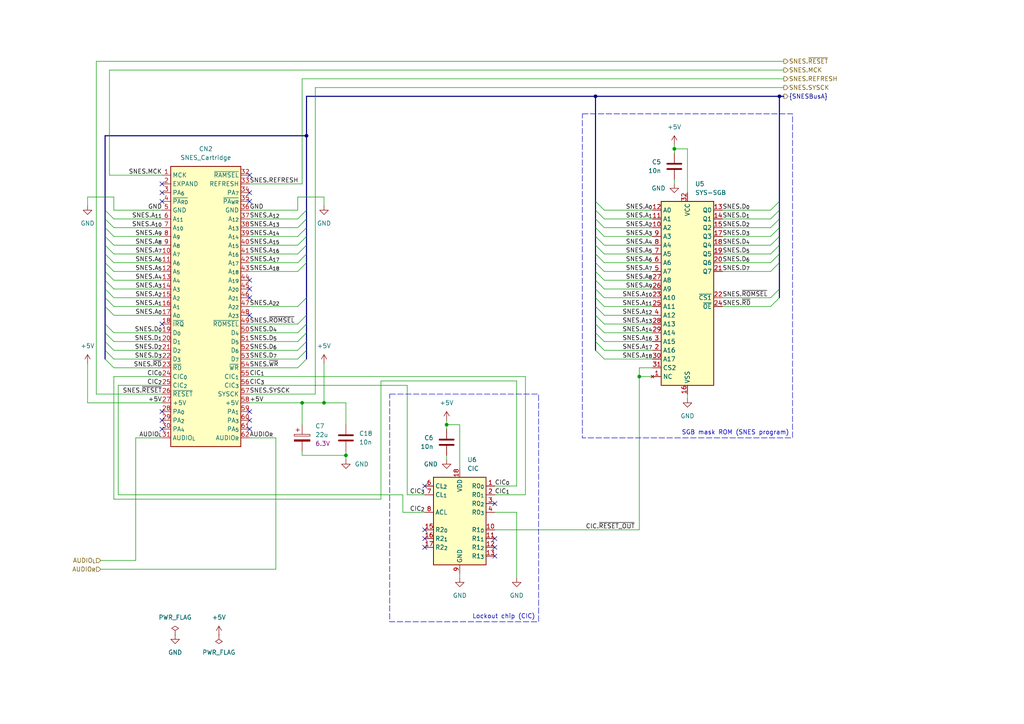
<source format=kicad_sch>
(kicad_sch (version 20230121) (generator eeschema)
  (paper "A4")
  (title_block (title "SGB-R-xx / SGB-N-xx") (date "2023-11-21") (rev "A") (company "https://gekkio.fi") (comment 1 "https://github.com/gekkio/gb-schematics"))
  (lib_symbols
    (symbol "Device:C" (pin_numbers hide) (pin_names (offset 0.254))
      (property "Reference" "C" (at 0.635 2.54 0))
      (property "Value" "C" (at 0.635 -2.54 0))
      (symbol "C_0_1"
        (polyline (pts (xy -2.032 -0.762) (xy 2.032 -0.762)) (stroke (width 0.508)))
        (polyline (pts (xy -2.032 0.762) (xy 2.032 0.762)) (stroke (width 0.508)))
      )
      (symbol "C_1_1"
        (pin passive line (at 0 3.81 270) (length 2.794) (name "~") (number "1"))
        (pin passive line (at 0 -3.81 90) (length 2.794) (name "~") (number "2"))
      )
    )
    (symbol "Device:C_Polarized" (pin_numbers hide) (pin_names (offset 0.254))
      (property "Reference" "C" (at 0.635 2.54 0))
      (property "Value" "C_Polarized" (at 0.635 -2.54 0))
      (symbol "C_Polarized_0_1"
        (rectangle (start -2.286 0.508) (end 2.286 1.016))
        (polyline (pts (xy -1.778 2.286) (xy -0.762 2.286)))
        (polyline (pts (xy -1.27 2.794) (xy -1.27 1.778)))
        (rectangle (start 2.286 -0.508) (end -2.286 -1.016) (fill (type outline)))
      )
      (symbol "C_Polarized_1_1"
        (pin passive line (at 0 3.81 270) (length 2.794) (name "~") (number "1"))
        (pin passive line (at 0 -3.81 90) (length 2.794) (name "~") (number "2"))
      )
    )
    (symbol "Gekkio_Connector_Specialized:SNES_Cartridge"
      (property "Reference" "J" (at 0 43.18 0))
      (property "Value" "SNES_Cartridge" (at 0 -43.18 0))
      (symbol "SNES_Cartridge_1_1"
        (rectangle (start -10.16 40.64) (end 10.16 -40.64) (stroke (width 0.254)) (fill (type background)))
        (pin passive line (at -12.7 38.1 0) (length 2.54) (name "MCK") (number "1"))
        (pin passive line (at -12.7 15.24 0) (length 2.54) (name "A_{7}") (number "10"))
        (pin passive line (at -12.7 12.7 0) (length 2.54) (name "A_{6}") (number "11"))
        (pin passive line (at -12.7 10.16 0) (length 2.54) (name "A_{5}") (number "12"))
        (pin passive line (at -12.7 7.62 0) (length 2.54) (name "A_{4}") (number "13"))
        (pin passive line (at -12.7 5.08 0) (length 2.54) (name "A_{3}") (number "14"))
        (pin passive line (at -12.7 2.54 0) (length 2.54) (name "A_{2}") (number "15"))
        (pin passive line (at -12.7 0 0) (length 2.54) (name "A_{1}") (number "16"))
        (pin passive line (at -12.7 -2.54 0) (length 2.54) (name "A_{0}") (number "17"))
        (pin passive line (at -12.7 -5.08 0) (length 2.54) (name "~{IRQ}") (number "18"))
        (pin passive line (at -12.7 -7.62 0) (length 2.54) (name "D_{0}") (number "19"))
        (pin passive line (at -12.7 35.56 0) (length 2.54) (name "EXPAND") (number "2"))
        (pin passive line (at -12.7 -10.16 0) (length 2.54) (name "D_{1}") (number "20"))
        (pin passive line (at -12.7 -12.7 0) (length 2.54) (name "D_{2}") (number "21"))
        (pin passive line (at -12.7 -15.24 0) (length 2.54) (name "D_{3}") (number "22"))
        (pin passive line (at -12.7 -17.78 0) (length 2.54) (name "~{RD}") (number "23"))
        (pin passive line (at -12.7 -20.32 0) (length 2.54) (name "CIC_{0}") (number "24"))
        (pin passive line (at -12.7 -22.86 0) (length 2.54) (name "CIC_{2}") (number "25"))
        (pin passive line (at -12.7 -25.4 0) (length 2.54) (name "~{RESET}") (number "26"))
        (pin passive line (at -12.7 -27.94 0) (length 2.54) (name "+5V") (number "27"))
        (pin passive line (at -12.7 -30.48 0) (length 2.54) (name "PA_{0}") (number "28"))
        (pin passive line (at -12.7 -33.02 0) (length 2.54) (name "PA_{2}") (number "29"))
        (pin passive line (at -12.7 33.02 0) (length 2.54) (name "PA_{6}") (number "3"))
        (pin passive line (at -12.7 -35.56 0) (length 2.54) (name "PA_{4}") (number "30"))
        (pin passive line (at -12.7 -38.1 0) (length 2.54) (name "AUDIO_{L}") (number "31"))
        (pin passive line (at 12.7 38.1 180) (length 2.54) (name "~{RAMSEL}") (number "32"))
        (pin passive line (at 12.7 35.56 180) (length 2.54) (name "REFRESH") (number "33"))
        (pin passive line (at 12.7 33.02 180) (length 2.54) (name "PA_{7}") (number "34"))
        (pin passive line (at 12.7 30.48 180) (length 2.54) (name "~{PA_{WR}}") (number "35"))
        (pin passive line (at 12.7 27.94 180) (length 2.54) (name "GND") (number "36"))
        (pin passive line (at 12.7 25.4 180) (length 2.54) (name "A_{12}") (number "37"))
        (pin passive line (at 12.7 22.86 180) (length 2.54) (name "A_{13}") (number "38"))
        (pin passive line (at 12.7 20.32 180) (length 2.54) (name "A_{14}") (number "39"))
        (pin passive line (at -12.7 30.48 0) (length 2.54) (name "~{PA_{RD}}") (number "4"))
        (pin passive line (at 12.7 17.78 180) (length 2.54) (name "A_{15}") (number "40"))
        (pin passive line (at 12.7 15.24 180) (length 2.54) (name "A_{16}") (number "41"))
        (pin passive line (at 12.7 12.7 180) (length 2.54) (name "A_{17}") (number "42"))
        (pin passive line (at 12.7 10.16 180) (length 2.54) (name "A_{18}") (number "43"))
        (pin passive line (at 12.7 7.62 180) (length 2.54) (name "A_{19}") (number "44"))
        (pin passive line (at 12.7 5.08 180) (length 2.54) (name "A_{20}") (number "45"))
        (pin passive line (at 12.7 2.54 180) (length 2.54) (name "A_{21}") (number "46"))
        (pin passive line (at 12.7 0 180) (length 2.54) (name "A_{22}") (number "47"))
        (pin passive line (at 12.7 -2.54 180) (length 2.54) (name "A_{23}") (number "48"))
        (pin passive line (at 12.7 -5.08 180) (length 2.54) (name "~{ROMSEL}") (number "49"))
        (pin passive line (at -12.7 27.94 0) (length 2.54) (name "GND") (number "5"))
        (pin passive line (at 12.7 -7.62 180) (length 2.54) (name "D_{4}") (number "50"))
        (pin passive line (at 12.7 -10.16 180) (length 2.54) (name "D_{5}") (number "51"))
        (pin passive line (at 12.7 -12.7 180) (length 2.54) (name "D_{6}") (number "52"))
        (pin passive line (at 12.7 -15.24 180) (length 2.54) (name "D_{7}") (number "53"))
        (pin passive line (at 12.7 -17.78 180) (length 2.54) (name "~{WR}") (number "54"))
        (pin passive line (at 12.7 -20.32 180) (length 2.54) (name "CIC_{1}") (number "55"))
        (pin passive line (at 12.7 -22.86 180) (length 2.54) (name "CIC_{3}") (number "56"))
        (pin passive line (at 12.7 -25.4 180) (length 2.54) (name "SYSCK") (number "57"))
        (pin passive line (at 12.7 -27.94 180) (length 2.54) (name "+5V") (number "58"))
        (pin passive line (at 12.7 -30.48 180) (length 2.54) (name "PA_{1}") (number "59"))
        (pin passive line (at -12.7 25.4 0) (length 2.54) (name "A_{11}") (number "6"))
        (pin passive line (at 12.7 -33.02 180) (length 2.54) (name "PA_{3}") (number "60"))
        (pin passive line (at 12.7 -35.56 180) (length 2.54) (name "PA_{5}") (number "61"))
        (pin passive line (at 12.7 -38.1 180) (length 2.54) (name "AUDIO_{R}") (number "62"))
        (pin passive line (at -12.7 22.86 0) (length 2.54) (name "A_{10}") (number "7"))
        (pin passive line (at -12.7 20.32 0) (length 2.54) (name "A_{9}") (number "8"))
        (pin passive line (at -12.7 17.78 0) (length 2.54) (name "A_{8}") (number "9"))
      )
    )
    (symbol "Gekkio_Interface:F411A"
      (property "Reference" "U" (at -7.62 13.97 0))
      (property "Value" "F411A" (at 5.08 13.97 0))
      (symbol "F411A_1_1"
        (rectangle (start -7.62 12.7) (end 7.62 -12.7) (stroke (width 0.254)) (fill (type background)))
        (pin bidirectional line (at 10.16 10.16 180) (length 2.54) (name "R0_{0}") (number "1"))
        (pin bidirectional line (at 10.16 -2.54 180) (length 2.54) (name "R1_{0}") (number "10"))
        (pin bidirectional line (at 10.16 -5.08 180) (length 2.54) (name "R1_{1}") (number "11"))
        (pin bidirectional line (at 10.16 -7.62 180) (length 2.54) (name "R1_{2}") (number "12"))
        (pin bidirectional line (at 10.16 -10.16 180) (length 2.54) (name "R1_{3}") (number "13"))
        (pin no_connect line (at -7.62 0 0) (length 2.54) hide (name "NC") (number "14"))
        (pin bidirectional line (at -10.16 -2.54 0) (length 2.54) (name "R2_{0}") (number "15"))
        (pin bidirectional line (at -10.16 -5.08 0) (length 2.54) (name "R2_{1}") (number "16"))
        (pin bidirectional line (at -10.16 -7.62 0) (length 2.54) (name "R2_{2}") (number "17"))
        (pin power_in line (at 0 15.24 270) (length 2.54) (name "VDD") (number "18"))
        (pin bidirectional line (at 10.16 7.62 180) (length 2.54) (name "R0_{1}") (number "2"))
        (pin bidirectional line (at 10.16 5.08 180) (length 2.54) (name "R0_{2}") (number "3"))
        (pin bidirectional line (at 10.16 2.54 180) (length 2.54) (name "R0_{3}") (number "4"))
        (pin no_connect line (at -7.62 -10.16 0) (length 2.54) hide (name "NC") (number "5"))
        (pin output line (at -10.16 10.16 0) (length 2.54) (name "CL_{2}") (number "6"))
        (pin input line (at -10.16 7.62 0) (length 2.54) (name "CL_{1}") (number "7"))
        (pin input line (at -10.16 2.54 0) (length 2.54) (name "ACL") (number "8"))
        (pin power_in line (at 0 -15.24 90) (length 2.54) (name "GND") (number "9"))
      )
    )
    (symbol "Gekkio_Memory_ROM:JESD21-C_3.2.1.5_256k_x8_ROM_SOP-32"
      (property "Reference" "U" (at -6.35 26.67 0))
      (property "Value" "JESD21-C_3.2.1.5_256k_x8_ROM_SOP-32" (at 21.59 26.67 0))
      (symbol "JESD21-C_3.2.1.5_256k_x8_ROM_SOP-32_0_1"
        (rectangle (start -7.62 25.4) (end 7.62 -27.94) (stroke (width 0.254)) (fill (type background)))
      )
      (symbol "JESD21-C_3.2.1.5_256k_x8_ROM_SOP-32_1_1"
        (pin no_connect line (at -10.16 -25.4 0) (length 2.54) (name "NC") (number "1"))
        (pin input line (at -10.16 17.78 0) (length 2.54) (name "A2") (number "10"))
        (pin input line (at -10.16 20.32 0) (length 2.54) (name "A1") (number "11"))
        (pin input line (at -10.16 22.86 0) (length 2.54) (name "A0") (number "12"))
        (pin tri_state line (at 10.16 22.86 180) (length 2.54) (name "Q0") (number "13"))
        (pin tri_state line (at 10.16 20.32 180) (length 2.54) (name "Q1") (number "14"))
        (pin tri_state line (at 10.16 17.78 180) (length 2.54) (name "Q2") (number "15"))
        (pin power_in line (at 0 -30.48 90) (length 2.54) (name "VSS") (number "16"))
        (pin tri_state line (at 10.16 15.24 180) (length 2.54) (name "Q3") (number "17"))
        (pin tri_state line (at 10.16 12.7 180) (length 2.54) (name "Q4") (number "18"))
        (pin tri_state line (at 10.16 10.16 180) (length 2.54) (name "Q5") (number "19"))
        (pin input line (at -10.16 -17.78 0) (length 2.54) (name "A16") (number "2"))
        (pin tri_state line (at 10.16 7.62 180) (length 2.54) (name "Q6") (number "20"))
        (pin tri_state line (at 10.16 5.08 180) (length 2.54) (name "Q7") (number "21"))
        (pin input line (at 10.16 -2.54 180) (length 2.54) (name "~{CE}") (number "22") (alternate "~{CS1}" input line))
        (pin input line (at -10.16 -2.54 0) (length 2.54) (name "A10") (number "23"))
        (pin input line (at 10.16 -5.08 180) (length 2.54) (name "~{OE}") (number "24"))
        (pin input line (at -10.16 -5.08 0) (length 2.54) (name "A11") (number "25"))
        (pin input line (at -10.16 0 0) (length 2.54) (name "A9") (number "26"))
        (pin input line (at -10.16 2.54 0) (length 2.54) (name "A8") (number "27"))
        (pin input line (at -10.16 -10.16 0) (length 2.54) (name "A13") (number "28"))
        (pin input line (at -10.16 -12.7 0) (length 2.54) (name "A14") (number "29"))
        (pin input line (at -10.16 -15.24 0) (length 2.54) (name "A15") (number "3"))
        (pin input line (at -10.16 -20.32 0) (length 2.54) (name "A17") (number "30"))
        (pin no_connect line (at -10.16 -22.86 0) (length 2.54) (name "NC") (number "31") (alternate "CS2" input line))
        (pin power_in line (at 0 27.94 270) (length 2.54) (name "VCC") (number "32"))
        (pin input line (at -10.16 -7.62 0) (length 2.54) (name "A12") (number "4"))
        (pin input line (at -10.16 5.08 0) (length 2.54) (name "A7") (number "5"))
        (pin input line (at -10.16 7.62 0) (length 2.54) (name "A6") (number "6"))
        (pin input line (at -10.16 10.16 0) (length 2.54) (name "A5") (number "7"))
        (pin input line (at -10.16 12.7 0) (length 2.54) (name "A4") (number "8"))
        (pin input line (at -10.16 15.24 0) (length 2.54) (name "A3") (number "9"))
      )
    )
    (symbol "power:+5V" (power) (pin_names (offset 0))
      (property "Value" "+5V" (at 0 3.556 0))
      (symbol "+5V_0_1"
        (polyline (pts (xy -0.762 1.27) (xy 0 2.54)))
        (polyline (pts (xy 0 0) (xy 0 2.54)))
        (polyline (pts (xy 0 2.54) (xy 0.762 1.27)))
      )
      (symbol "+5V_1_1"
        (pin power_in line (at 0 0 90) (length 0) hide (name "+5V") (number "1"))
      )
    )
    (symbol "power:GND" (power) (pin_names (offset 0))
      (property "Value" "GND" (at 0 -3.81 0))
      (symbol "GND_0_1"
        (polyline (pts (xy 0 0) (xy 0 -1.27) (xy 1.27 -1.27) (xy 0 -2.54) (xy -1.27 -1.27) (xy 0 -1.27)))
      )
      (symbol "GND_1_1"
        (pin power_in line (at 0 0 270) (length 0) hide (name "GND") (number "1"))
      )
    )
    (symbol "power:PWR_FLAG" (power) (pin_numbers hide) (pin_names (offset 0) hide)
      (property "Value" "PWR_FLAG" (at 0 3.81 0))
      (symbol "PWR_FLAG_0_0"
        (pin power_out line (at 0 0 90) (length 0) (name "pwr") (number "1"))
      )
      (symbol "PWR_FLAG_0_1"
        (polyline (pts (xy 0 0) (xy 0 1.27) (xy -1.016 1.905) (xy 0 2.54) (xy 1.016 1.905) (xy 0 1.27)))
      )
    )
  )
  (bus_alias "SNESBusA" (members "SNES.A_{[0..22]}" "SNES.D_{[0..7]}" "SNES.~{RD}" "SNES.~{WR}" "SNES.~{ROMSEL}"))
  (junction (at 87.63 116.84))
  (junction (at 88.9 39.37))
  (junction (at 172.72 27.94))
  (junction (at 129.54 123.19))
  (junction (at 195.58 43.18))
  (junction (at 93.98 116.84))
  (junction (at 100.33 132.08))
  (junction (at 226.06 27.94))
  (junction (at 185.42 109.22))
  (no_connect (at 46.99 121.92))
  (no_connect (at 72.39 91.44))
  (no_connect (at 72.39 50.8))
  (no_connect (at 46.99 93.98))
  (no_connect (at 46.99 58.42))
  (no_connect (at 72.39 124.46))
  (no_connect (at 72.39 81.28))
  (no_connect (at 123.19 158.75))
  (no_connect (at 46.99 55.88))
  (no_connect (at 72.39 83.82))
  (no_connect (at 72.39 55.88))
  (no_connect (at 143.51 146.05))
  (no_connect (at 72.39 119.38))
  (no_connect (at 46.99 124.46))
  (no_connect (at 46.99 119.38))
  (no_connect (at 46.99 53.34))
  (no_connect (at 72.39 58.42))
  (no_connect (at 143.51 158.75))
  (no_connect (at 72.39 86.36))
  (no_connect (at 123.19 156.21))
  (no_connect (at 123.19 153.67))
  (no_connect (at 123.19 140.97))
  (no_connect (at 143.51 156.21))
  (no_connect (at 143.51 161.29))
  (no_connect (at 72.39 121.92))
  (bus_entry (at 33.02 73.66) (size -2.54 -2.54))
  (bus_entry (at 172.72 81.28) (size 2.54 2.54))
  (bus_entry (at 30.48 99.06) (size 2.54 2.54))
  (bus_entry (at 86.36 93.98) (size 2.54 -2.54))
  (bus_entry (at 30.48 93.98) (size 2.54 2.54))
  (bus_entry (at 172.72 73.66) (size 2.54 2.54))
  (bus_entry (at 172.72 96.52) (size 2.54 2.54))
  (bus_entry (at 172.72 63.5) (size 2.54 2.54))
  (bus_entry (at 88.9 68.58) (size -2.54 2.54))
  (bus_entry (at 33.02 86.36) (size -2.54 -2.54))
  (bus_entry (at 172.72 68.58) (size 2.54 2.54))
  (bus_entry (at 226.06 83.82) (size -2.54 2.54))
  (bus_entry (at 88.9 73.66) (size -2.54 2.54))
  (bus_entry (at 172.72 91.44) (size 2.54 2.54))
  (bus_entry (at 33.02 83.82) (size -2.54 -2.54))
  (bus_entry (at 172.72 66.04) (size 2.54 2.54))
  (bus_entry (at 33.02 76.2) (size -2.54 -2.54))
  (bus_entry (at 226.06 66.04) (size -2.54 2.54))
  (bus_entry (at 172.72 93.98) (size 2.54 2.54))
  (bus_entry (at 88.9 71.12) (size -2.54 2.54))
  (bus_entry (at 172.72 60.96) (size 2.54 2.54))
  (bus_entry (at 30.48 101.6) (size 2.54 2.54))
  (bus_entry (at 226.06 73.66) (size -2.54 2.54))
  (bus_entry (at 33.02 91.44) (size -2.54 -2.54))
  (bus_entry (at 172.72 76.2) (size 2.54 2.54))
  (bus_entry (at 172.72 101.6) (size 2.54 2.54))
  (bus_entry (at 33.02 71.12) (size -2.54 -2.54))
  (bus_entry (at 86.36 106.68) (size 2.54 -2.54))
  (bus_entry (at 88.9 86.36) (size -2.54 2.54))
  (bus_entry (at 33.02 81.28) (size -2.54 -2.54))
  (bus_entry (at 172.72 78.74) (size 2.54 2.54))
  (bus_entry (at 226.06 71.12) (size -2.54 2.54))
  (bus_entry (at 30.48 96.52) (size 2.54 2.54))
  (bus_entry (at 226.06 58.42) (size -2.54 2.54))
  (bus_entry (at 86.36 99.06) (size 2.54 -2.54))
  (bus_entry (at 226.06 63.5) (size -2.54 2.54))
  (bus_entry (at 172.72 71.12) (size 2.54 2.54))
  (bus_entry (at 226.06 86.36) (size -2.54 2.54))
  (bus_entry (at 172.72 83.82) (size 2.54 2.54))
  (bus_entry (at 88.9 76.2) (size -2.54 2.54))
  (bus_entry (at 33.02 63.5) (size -2.54 -2.54))
  (bus_entry (at 33.02 66.04) (size -2.54 -2.54))
  (bus_entry (at 33.02 88.9) (size -2.54 -2.54))
  (bus_entry (at 86.36 101.6) (size 2.54 -2.54))
  (bus_entry (at 30.48 104.14) (size 2.54 2.54))
  (bus_entry (at 88.9 66.04) (size -2.54 2.54))
  (bus_entry (at 86.36 104.14) (size 2.54 -2.54))
  (bus_entry (at 226.06 76.2) (size -2.54 2.54))
  (bus_entry (at 172.72 58.42) (size 2.54 2.54))
  (bus_entry (at 172.72 86.36) (size 2.54 2.54))
  (bus_entry (at 88.9 63.5) (size -2.54 2.54))
  (bus_entry (at 226.06 60.96) (size -2.54 2.54))
  (bus_entry (at 226.06 68.58) (size -2.54 2.54))
  (bus_entry (at 172.72 88.9) (size 2.54 2.54))
  (bus_entry (at 88.9 60.96) (size -2.54 2.54))
  (bus_entry (at 33.02 78.74) (size -2.54 -2.54))
  (bus_entry (at 172.72 99.06) (size 2.54 2.54))
  (bus_entry (at 86.36 96.52) (size 2.54 -2.54))
  (bus_entry (at 33.02 68.58) (size -2.54 -2.54))
  (bus (pts (xy 172.72 78.74) (xy 172.72 76.2)))
  (wire (pts (xy 149.86 148.59) (xy 143.51 148.59)))
  (wire (pts (xy 72.39 116.84) (xy 87.63 116.84)))
  (wire (pts (xy 72.39 63.5) (xy 86.36 63.5)))
  (wire (pts (xy 86.36 57.15) (xy 93.98 57.15)))
  (bus (pts (xy 226.06 76.2) (xy 226.06 83.82)))
  (wire (pts (xy 39.37 127) (xy 39.37 162.56)))
  (bus (pts (xy 172.72 71.12) (xy 172.72 68.58)))
  (bus (pts (xy 172.72 99.06) (xy 172.72 96.52)))
  (wire (pts (xy 185.42 106.68) (xy 189.23 106.68)))
  (wire (pts (xy 33.02 99.06) (xy 46.99 99.06)))
  (wire (pts (xy 152.4 109.22) (xy 152.4 143.51)))
  (bus (pts (xy 226.06 63.5) (xy 226.06 60.96)))
  (wire (pts (xy 33.02 60.96) (xy 33.02 57.15)))
  (wire (pts (xy 72.39 78.74) (xy 86.36 78.74)))
  (wire (pts (xy 27.94 17.78) (xy 27.94 114.3)))
  (wire (pts (xy 223.52 63.5) (xy 209.55 63.5)))
  (wire (pts (xy 72.39 104.14) (xy 86.36 104.14)))
  (bus (pts (xy 226.06 76.2) (xy 226.06 73.66)))
  (bus (pts (xy 88.9 39.37) (xy 88.9 27.94)))
  (wire (pts (xy 175.26 60.96) (xy 189.23 60.96)))
  (wire (pts (xy 209.55 86.36) (xy 223.52 86.36)))
  (bus (pts (xy 30.48 60.96) (xy 30.48 39.37)))
  (bus (pts (xy 172.72 88.9) (xy 172.72 86.36)))
  (wire (pts (xy 72.39 76.2) (xy 86.36 76.2)))
  (bus (pts (xy 30.48 63.5) (xy 30.48 66.04)))
  (wire (pts (xy 93.98 57.15) (xy 93.98 59.69)))
  (wire (pts (xy 87.63 116.84) (xy 93.98 116.84)))
  (wire (pts (xy 27.94 17.78) (xy 227.33 17.78)))
  (wire (pts (xy 175.26 96.52) (xy 189.23 96.52)))
  (wire (pts (xy 223.52 76.2) (xy 209.55 76.2)))
  (wire (pts (xy 33.02 78.74) (xy 46.99 78.74)))
  (wire (pts (xy 33.02 144.78) (xy 110.49 144.78)))
  (bus (pts (xy 30.48 99.06) (xy 30.48 101.6)))
  (wire (pts (xy 25.4 116.84) (xy 25.4 105.41)))
  (bus (pts (xy 172.72 81.28) (xy 172.72 78.74)))
  (wire (pts (xy 33.02 76.2) (xy 46.99 76.2)))
  (wire (pts (xy 175.26 71.12) (xy 189.23 71.12)))
  (wire (pts (xy 185.42 109.22) (xy 185.42 106.68)))
  (bus (pts (xy 30.48 93.98) (xy 30.48 96.52)))
  (wire (pts (xy 33.02 101.6) (xy 46.99 101.6)))
  (bus (pts (xy 172.72 63.5) (xy 172.72 60.96)))
  (wire (pts (xy 149.86 140.97) (xy 143.51 140.97)))
  (wire (pts (xy 175.26 99.06) (xy 189.23 99.06)))
  (bus (pts (xy 172.72 68.58) (xy 172.72 66.04)))
  (wire (pts (xy 33.02 57.15) (xy 25.4 57.15)))
  (wire (pts (xy 72.39 71.12) (xy 86.36 71.12)))
  (wire (pts (xy 25.4 116.84) (xy 46.99 116.84)))
  (bus (pts (xy 30.48 71.12) (xy 30.48 73.66)))
  (wire (pts (xy 199.39 114.3) (xy 199.39 115.57)))
  (wire (pts (xy 33.02 81.28) (xy 46.99 81.28)))
  (wire (pts (xy 46.99 127) (xy 39.37 127)))
  (wire (pts (xy 100.33 133.35) (xy 100.33 132.08)))
  (wire (pts (xy 129.54 121.92) (xy 129.54 123.19)))
  (wire (pts (xy 149.86 167.64) (xy 149.86 148.59)))
  (wire (pts (xy 195.58 53.34) (xy 195.58 52.07)))
  (wire (pts (xy 223.52 78.74) (xy 209.55 78.74)))
  (wire (pts (xy 223.52 60.96) (xy 209.55 60.96)))
  (bus (pts (xy 226.06 58.42) (xy 226.06 27.94)))
  (wire (pts (xy 152.4 143.51) (xy 143.51 143.51)))
  (wire (pts (xy 129.54 123.19) (xy 129.54 124.46)))
  (bus (pts (xy 30.48 78.74) (xy 30.48 81.28)))
  (wire (pts (xy 223.52 71.12) (xy 209.55 71.12)))
  (bus (pts (xy 88.9 91.44) (xy 88.9 93.98)))
  (wire (pts (xy 129.54 133.35) (xy 129.54 132.08)))
  (bus (pts (xy 30.48 39.37) (xy 88.9 39.37)))
  (wire (pts (xy 175.26 93.98) (xy 189.23 93.98)))
  (bus (pts (xy 172.72 27.94) (xy 88.9 27.94)))
  (wire (pts (xy 87.63 22.86) (xy 87.63 53.34)))
  (wire (pts (xy 72.39 111.76) (xy 118.11 111.76)))
  (bus (pts (xy 30.48 60.96) (xy 30.48 63.5)))
  (wire (pts (xy 29.21 162.56) (xy 39.37 162.56)))
  (wire (pts (xy 72.39 66.04) (xy 86.36 66.04)))
  (bus (pts (xy 172.72 96.52) (xy 172.72 93.98)))
  (bus (pts (xy 30.48 81.28) (xy 30.48 83.82)))
  (wire (pts (xy 129.54 123.19) (xy 133.35 123.19)))
  (bus (pts (xy 88.9 96.52) (xy 88.9 99.06)))
  (wire (pts (xy 72.39 114.3) (xy 91.44 114.3)))
  (wire (pts (xy 33.02 96.52) (xy 46.99 96.52)))
  (wire (pts (xy 33.02 60.96) (xy 46.99 60.96)))
  (wire (pts (xy 72.39 101.6) (xy 86.36 101.6)))
  (wire (pts (xy 91.44 25.4) (xy 227.33 25.4)))
  (wire (pts (xy 72.39 73.66) (xy 86.36 73.66)))
  (bus (pts (xy 172.72 66.04) (xy 172.72 63.5)))
  (wire (pts (xy 175.26 101.6) (xy 189.23 101.6)))
  (wire (pts (xy 133.35 166.37) (xy 133.35 167.64)))
  (bus (pts (xy 30.48 76.2) (xy 30.48 78.74)))
  (wire (pts (xy 72.39 93.98) (xy 86.36 93.98)))
  (wire (pts (xy 34.29 111.76) (xy 46.99 111.76)))
  (wire (pts (xy 31.75 50.8) (xy 46.99 50.8)))
  (bus (pts (xy 88.9 60.96) (xy 88.9 63.5)))
  (wire (pts (xy 87.63 130.81) (xy 87.63 132.08)))
  (wire (pts (xy 33.02 68.58) (xy 46.99 68.58)))
  (wire (pts (xy 31.75 20.32) (xy 227.33 20.32)))
  (wire (pts (xy 223.52 88.9) (xy 209.55 88.9)))
  (wire (pts (xy 86.36 60.96) (xy 72.39 60.96)))
  (wire (pts (xy 223.52 68.58) (xy 209.55 68.58)))
  (wire (pts (xy 33.02 106.68) (xy 46.99 106.68)))
  (bus (pts (xy 172.72 60.96) (xy 172.72 58.42)))
  (bus (pts (xy 172.72 101.6) (xy 172.72 99.06)))
  (wire (pts (xy 31.75 20.32) (xy 31.75 50.8)))
  (bus (pts (xy 88.9 76.2) (xy 88.9 86.36)))
  (wire (pts (xy 25.4 57.15) (xy 25.4 59.69)))
  (wire (pts (xy 33.02 63.5) (xy 46.99 63.5)))
  (bus (pts (xy 226.06 68.58) (xy 226.06 66.04)))
  (bus (pts (xy 172.72 73.66) (xy 172.72 71.12)))
  (wire (pts (xy 46.99 114.3) (xy 27.94 114.3)))
  (wire (pts (xy 133.35 123.19) (xy 133.35 135.89)))
  (bus (pts (xy 30.48 86.36) (xy 30.48 88.9)))
  (wire (pts (xy 149.86 110.49) (xy 149.86 140.97)))
  (bus (pts (xy 88.9 68.58) (xy 88.9 71.12)))
  (bus (pts (xy 226.06 73.66) (xy 226.06 71.12)))
  (bus (pts (xy 30.48 96.52) (xy 30.48 99.06)))
  (bus (pts (xy 226.06 27.94) (xy 227.33 27.94)))
  (wire (pts (xy 33.02 71.12) (xy 46.99 71.12)))
  (wire (pts (xy 199.39 43.18) (xy 199.39 55.88)))
  (wire (pts (xy 34.29 143.51) (xy 116.84 143.51)))
  (wire (pts (xy 33.02 66.04) (xy 46.99 66.04)))
  (wire (pts (xy 87.63 116.84) (xy 87.63 123.19)))
  (bus (pts (xy 30.48 101.6) (xy 30.48 104.14)))
  (wire (pts (xy 29.21 165.1) (xy 80.01 165.1)))
  (wire (pts (xy 175.26 83.82) (xy 189.23 83.82)))
  (wire (pts (xy 175.26 91.44) (xy 189.23 91.44)))
  (wire (pts (xy 175.26 78.74) (xy 189.23 78.74)))
  (wire (pts (xy 195.58 41.91) (xy 195.58 43.18)))
  (wire (pts (xy 34.29 111.76) (xy 34.29 143.51)))
  (wire (pts (xy 87.63 53.34) (xy 72.39 53.34)))
  (wire (pts (xy 33.02 104.14) (xy 46.99 104.14)))
  (wire (pts (xy 185.42 109.22) (xy 189.23 109.22)))
  (wire (pts (xy 195.58 43.18) (xy 199.39 43.18)))
  (wire (pts (xy 110.49 144.78) (xy 110.49 110.49)))
  (bus (pts (xy 226.06 66.04) (xy 226.06 63.5)))
  (wire (pts (xy 33.02 86.36) (xy 46.99 86.36)))
  (wire (pts (xy 72.39 99.06) (xy 86.36 99.06)))
  (bus (pts (xy 172.72 86.36) (xy 172.72 83.82)))
  (wire (pts (xy 33.02 73.66) (xy 46.99 73.66)))
  (bus (pts (xy 172.72 83.82) (xy 172.72 81.28)))
  (bus (pts (xy 88.9 63.5) (xy 88.9 66.04)))
  (wire (pts (xy 33.02 83.82) (xy 46.99 83.82)))
  (wire (pts (xy 175.26 66.04) (xy 189.23 66.04)))
  (wire (pts (xy 86.36 60.96) (xy 86.36 57.15)))
  (bus (pts (xy 30.48 88.9) (xy 30.48 93.98)))
  (bus (pts (xy 172.72 91.44) (xy 172.72 88.9)))
  (wire (pts (xy 72.39 109.22) (xy 152.4 109.22)))
  (wire (pts (xy 185.42 153.67) (xy 185.42 109.22)))
  (bus (pts (xy 226.06 71.12) (xy 226.06 68.58)))
  (wire (pts (xy 87.63 22.86) (xy 227.33 22.86)))
  (bus (pts (xy 30.48 83.82) (xy 30.48 86.36)))
  (wire (pts (xy 175.26 86.36) (xy 189.23 86.36)))
  (bus (pts (xy 30.48 68.58) (xy 30.48 71.12)))
  (bus (pts (xy 172.72 93.98) (xy 172.72 91.44)))
  (wire (pts (xy 223.52 66.04) (xy 209.55 66.04)))
  (bus (pts (xy 88.9 66.04) (xy 88.9 68.58)))
  (bus (pts (xy 172.72 58.42) (xy 172.72 27.94)))
  (bus (pts (xy 30.48 73.66) (xy 30.48 76.2)))
  (bus (pts (xy 88.9 99.06) (xy 88.9 101.6)))
  (wire (pts (xy 175.26 68.58) (xy 189.23 68.58)))
  (wire (pts (xy 91.44 25.4) (xy 91.44 114.3)))
  (wire (pts (xy 33.02 109.22) (xy 33.02 144.78)))
  (wire (pts (xy 195.58 43.18) (xy 195.58 44.45)))
  (bus (pts (xy 226.06 83.82) (xy 226.06 86.36)))
  (bus (pts (xy 88.9 93.98) (xy 88.9 96.52)))
  (wire (pts (xy 118.11 111.76) (xy 118.11 143.51)))
  (wire (pts (xy 175.26 73.66) (xy 189.23 73.66)))
  (wire (pts (xy 175.26 81.28) (xy 189.23 81.28)))
  (bus (pts (xy 88.9 73.66) (xy 88.9 76.2)))
  (wire (pts (xy 143.51 153.67) (xy 185.42 153.67)))
  (bus (pts (xy 172.72 76.2) (xy 172.72 73.66)))
  (wire (pts (xy 110.49 110.49) (xy 149.86 110.49)))
  (wire (pts (xy 175.26 76.2) (xy 189.23 76.2)))
  (wire (pts (xy 72.39 127) (xy 80.01 127)))
  (wire (pts (xy 33.02 91.44) (xy 46.99 91.44)))
  (wire (pts (xy 33.02 88.9) (xy 46.99 88.9)))
  (bus (pts (xy 30.48 66.04) (xy 30.48 68.58)))
  (bus (pts (xy 226.06 60.96) (xy 226.06 58.42)))
  (wire (pts (xy 72.39 88.9) (xy 86.36 88.9)))
  (wire (pts (xy 116.84 148.59) (xy 123.19 148.59)))
  (wire (pts (xy 100.33 116.84) (xy 100.33 123.19)))
  (wire (pts (xy 175.26 88.9) (xy 189.23 88.9)))
  (wire (pts (xy 72.39 68.58) (xy 86.36 68.58)))
  (wire (pts (xy 72.39 96.52) (xy 86.36 96.52)))
  (wire (pts (xy 93.98 116.84) (xy 100.33 116.84)))
  (wire (pts (xy 223.52 73.66) (xy 209.55 73.66)))
  (wire (pts (xy 118.11 143.51) (xy 123.19 143.51)))
  (wire (pts (xy 87.63 132.08) (xy 100.33 132.08)))
  (bus (pts (xy 88.9 86.36) (xy 88.9 91.44)))
  (bus (pts (xy 88.9 101.6) (xy 88.9 104.14)))
  (bus (pts (xy 88.9 71.12) (xy 88.9 73.66)))
  (wire (pts (xy 72.39 106.68) (xy 86.36 106.68)))
  (wire (pts (xy 93.98 105.41) (xy 93.98 116.84)))
  (wire (pts (xy 175.26 63.5) (xy 189.23 63.5)))
  (wire (pts (xy 80.01 127) (xy 80.01 165.1)))
  (wire (pts (xy 116.84 143.51) (xy 116.84 148.59)))
  (wire (pts (xy 33.02 109.22) (xy 46.99 109.22)))
  (wire (pts (xy 175.26 104.14) (xy 189.23 104.14)))
  (bus (pts (xy 88.9 39.37) (xy 88.9 60.96)))
  (wire (pts (xy 100.33 132.08) (xy 100.33 130.81)))
  (bus (pts (xy 172.72 27.94) (xy 226.06 27.94)))
  (text_box "SGB mask ROM (SNES program)" (at 168.91 33.02 0) (size 60.96 93.98) (stroke (width 0) (type dash)) (effects (font (size 1.27 1.27)) (justify right bottom)))
  (text_box "Lockout chip (CIC)" (at 113.03 114.3 0) (size 43.18 66.04) (stroke (width 0) (type dash)) (effects (font (size 1.27 1.27)) (justify right bottom)))
  (label "SNES.A_{3}" (at 46.99 83.82 180))
  (label "SNES.A_{4}" (at 46.99 81.28 180))
  (label "SNES.D_{1}" (at 46.99 99.06 180))
  (label "SNES.A_{15}" (at 72.39 71.12 0))
  (label "+5V" (at 72.39 116.84 0))
  (label "CIC_{2}" (at 123.19 148.59 180))
  (label "SNES.D_{7}" (at 209.55 78.74 0))
  (label "SNES.A_{22}" (at 72.39 88.9 0))
  (label "SNES.A_{2}" (at 189.23 66.04 180))
  (label "SNES.D_{5}" (at 209.55 73.66 0))
  (label "SNES.D_{2}" (at 209.55 66.04 0))
  (label "SNES.A_{7}" (at 189.23 78.74 180))
  (label "SNES.A_{0}" (at 189.23 60.96 180))
  (label "SNES.A_{5}" (at 189.23 73.66 180))
  (label "AUDIO_{R}" (at 72.39 127 0))
  (label "SNES.D_{2}" (at 46.99 101.6 180))
  (label "SNES.A_{9}" (at 46.99 68.58 180))
  (label "CIC_{1}" (at 72.39 109.22 0))
  (label "GND" (at 72.39 60.96 0))
  (label "SNES.A_{1}" (at 46.99 88.9 180))
  (label "SNES.A_{0}" (at 46.99 91.44 180))
  (label "SNES.A_{16}" (at 189.23 99.06 180))
  (label "SNES.A_{5}" (at 46.99 78.74 180))
  (label "CIC.~{RESET_OUT}" (at 184.15 153.67 180))
  (label "SNES.D_{6}" (at 209.55 76.2 0))
  (label "CIC_{0}" (at 143.51 140.97 0))
  (label "CIC_{3}" (at 72.39 111.76 0))
  (label "SNES.A_{6}" (at 189.23 76.2 180))
  (label "SNES.A_{3}" (at 189.23 68.58 180))
  (label "SNES.D_{0}" (at 46.99 96.52 180))
  (label "SNES.A_{1}" (at 189.23 63.5 180))
  (label "SNES.~{WR}" (at 72.39 106.68 0))
  (label "AUDIO_{L}" (at 46.99 127 180))
  (label "SNES.A_{10}" (at 46.99 66.04 180))
  (label "SNES.A_{17}" (at 72.39 76.2 0))
  (label "SNES.A_{14}" (at 189.23 96.52 180))
  (label "SNES.A_{10}" (at 189.23 86.36 180))
  (label "SNES.REFRESH" (at 72.39 53.34 0))
  (label "SNES.A_{12}" (at 72.39 63.5 0))
  (label "SNES.A_{16}" (at 72.39 73.66 0))
  (label "SNES.~{RD}" (at 46.99 106.68 180))
  (label "SNES.SYSCK" (at 72.39 114.3 0))
  (label "SNES.A_{13}" (at 72.39 66.04 0))
  (label "SNES.D_{4}" (at 209.55 71.12 0))
  (label "SNES.A_{6}" (at 46.99 76.2 180))
  (label "SNES.A_{18}" (at 189.23 104.14 180))
  (label "SNES.A_{14}" (at 72.39 68.58 0))
  (label "SNES.A_{17}" (at 189.23 101.6 180))
  (label "SNES.~{ROMSEL}" (at 72.39 93.98 0))
  (label "SNES.A_{12}" (at 189.23 91.44 180))
  (label "SNES.D_{6}" (at 72.39 101.6 0))
  (label "SNES.D_{4}" (at 72.39 96.52 0))
  (label "SNES.A_{8}" (at 46.99 71.12 180))
  (label "SNES.D_{1}" (at 209.55 63.5 0))
  (label "SNES.A_{13}" (at 189.23 93.98 180))
  (label "SNES.D_{7}" (at 72.39 104.14 0))
  (label "SNES.A_{9}" (at 189.23 83.82 180))
  (label "CIC_{2}" (at 46.99 111.76 180))
  (label "SNES.~{RESET}" (at 46.99 114.3 180))
  (label "SNES.A_{2}" (at 46.99 86.36 180))
  (label "GND" (at 46.99 60.96 180))
  (label "SNES.MCK" (at 46.99 50.8 180))
  (label "SNES.A_{11}" (at 189.23 88.9 180))
  (label "SNES.~{ROMSEL}" (at 209.55 86.36 0))
  (label "SNES.D_{5}" (at 72.39 99.06 0))
  (label "SNES.A_{11}" (at 46.99 63.5 180))
  (label "SNES.A_{8}" (at 189.23 81.28 180))
  (label "SNES.D_{3}" (at 46.99 104.14 180))
  (label "SNES.D_{0}" (at 209.55 60.96 0))
  (label "SNES.~{RD}" (at 209.55 88.9 0))
  (label "+5V" (at 46.99 116.84 180))
  (label "SNES.A_{18}" (at 72.39 78.74 0))
  (label "SNES.D_{3}" (at 209.55 68.58 0))
  (label "CIC_{3}" (at 123.19 143.51 180))
  (label "CIC_{1}" (at 143.51 143.51 0))
  (label "SNES.A_{4}" (at 189.23 71.12 180))
  (label "CIC_{0}" (at 46.99 109.22 180))
  (label "SNES.A_{7}" (at 46.99 73.66 180))
  (hierarchical_label "{SNESBusA}" (shape output) (at 227.33 27.94 0))
  (hierarchical_label "SNES.~{RESET}" (shape output) (at 227.33 17.78 0))
  (hierarchical_label "SNES.REFRESH" (shape output) (at 227.33 22.86 0))
  (hierarchical_label "AUDIO_{R}" (shape input) (at 29.21 165.1 180))
  (hierarchical_label "SNES.SYSCK" (shape output) (at 227.33 25.4 0))
  (hierarchical_label "SNES.MCK" (shape output) (at 227.33 20.32 0))
  (hierarchical_label "AUDIO_{L}" (shape input) (at 29.21 162.56 180))
  (symbol (lib_id "Device:C") (at 100.33 127 0) (mirror y) (unit 1)
    (property "Reference" "C18" (at 104.14 125.73 0) (effects (justify right)))
    (property "Value" "10n" (at 104.14 128.27 0) (effects (justify right)))
  )
  (symbol (lib_id "Device:C") (at 129.54 128.27 0) (unit 1)
    (property "Reference" "C6" (at 125.73 127 0) (effects (justify right)))
    (property "Value" "10n" (at 125.73 129.54 0) (effects (justify right)))
  )
  (symbol (lib_id "power:+5V") (at 129.54 121.92 0) (unit 1)
    (property "Reference" "#PWR011" (effects hide))
    (property "Value" "+5V" (at 129.54 116.84 0))
  )
  (symbol (lib_id "power:+5V") (at 63.5 184.15 0) (mirror y) (unit 1)
    (property "Reference" "#PWR033" (effects hide))
    (property "Value" "+5V" (at 63.5 179.07 0))
  )
  (symbol (lib_id "power:PWR_FLAG") (at 63.5 184.15 180) (unit 1)
    (property "Reference" "#FLG01" (effects hide))
    (property "Value" "PWR_FLAG" (at 63.5 189.23 0))
  )
  (symbol (lib_id "Gekkio_Connector_Specialized:SNES_Cartridge") (at 59.69 88.9 0) (unit 1)
    (property "Reference" "CN2" (at 59.69 43.18 0))
    (property "Value" "SNES_Cartridge" (at 59.69 45.72 0))
  )
  (symbol (lib_id "power:GND") (at 195.58 53.34 0) (unit 1)
    (property "Reference" "#PWR01" (effects hide))
    (property "Value" "GND" (at 193.04 54.61 0) (effects (justify right)))
  )
  (symbol (lib_id "power:GND") (at 50.8 184.15 0) (unit 1)
    (property "Reference" "#PWR032" (effects hide))
    (property "Value" "GND" (at 50.8 189.23 0))
  )
  (symbol (lib_id "power:GND") (at 25.4 59.69 0) (mirror y) (unit 1)
    (property "Reference" "#PWR04" (effects hide))
    (property "Value" "GND" (at 25.4 64.77 0))
  )
  (symbol (lib_id "power:+5V") (at 195.58 41.91 0) (unit 1)
    (property "Reference" "#PWR06" (effects hide))
    (property "Value" "+5V" (at 195.58 36.83 0))
  )
  (symbol (lib_id "Device:C") (at 195.58 48.26 0) (unit 1)
    (property "Reference" "C5" (at 191.77 46.99 0) (effects (justify right)))
    (property "Value" "10n" (at 191.77 49.53 0) (effects (justify right)))
  )
  (symbol (lib_id "power:GND") (at 93.98 59.69 0) (unit 1)
    (property "Reference" "#PWR02" (effects hide))
    (property "Value" "GND" (at 93.98 64.77 0))
  )
  (symbol (lib_id "power:GND") (at 199.39 115.57 0) (unit 1)
    (property "Reference" "#PWR07" (effects hide))
    (property "Value" "GND" (at 199.39 120.65 0))
  )
  (symbol (lib_id "power:GND") (at 133.35 167.64 0) (unit 1)
    (property "Reference" "#PWR09" (effects hide))
    (property "Value" "GND" (at 133.35 172.72 0))
  )
  (symbol (lib_id "Gekkio_Interface:F411A") (at 133.35 151.13 0) (unit 1)
    (property "Reference" "U6" (at 135.5441 133.35 0) (effects (justify left)))
    (property "Value" "CIC" (at 135.5441 135.89 0) (effects (justify left)))
  )
  (symbol (lib_id "power:PWR_FLAG") (at 50.8 184.15 0) (unit 1)
    (property "Reference" "#FLG02" (effects hide))
    (property "Value" "PWR_FLAG" (at 50.8 179.07 0))
  )
  (symbol (lib_id "power:GND") (at 129.54 133.35 0) (unit 1)
    (property "Reference" "#PWR012" (effects hide))
    (property "Value" "GND" (at 127 134.62 0) (effects (justify right)))
  )
  (symbol (lib_id "power:GND") (at 100.33 133.35 0) (mirror y) (unit 1)
    (property "Reference" "#PWR013" (effects hide))
    (property "Value" "GND" (at 102.87 134.62 0) (effects (justify right)))
  )
  (symbol (lib_id "Gekkio_Memory_ROM:JESD21-C_3.2.1.5_256k_x8_ROM_SOP-32") (at 199.39 83.82 0) (unit 1)
    (property "Reference" "U5" (at 201.5841 53.34 0) (effects (justify left)))
    (property "Value" "SYS-SGB" (at 201.5841 55.88 0) (effects (justify left)))
    (property "Datasheet" "https://www.jedec.org/category/technology-focus-area/memory-configurations-jesd21-c" (effects hide))
    (pin "22" (alternate "~{CS1}"))
    (pin "31" (alternate "CS2"))
  )
  (symbol (lib_id "power:+5V") (at 93.98 105.41 0) (mirror y) (unit 1)
    (property "Reference" "#PWR05" (effects hide))
    (property "Value" "+5V" (at 93.98 100.33 0))
  )
  (symbol (lib_id "power:GND") (at 149.86 167.64 0) (unit 1)
    (property "Reference" "#PWR010" (effects hide))
    (property "Value" "GND" (at 149.86 172.72 0))
  )
  (symbol (lib_id "power:+5V") (at 25.4 105.41 0) (unit 1)
    (property "Reference" "#PWR03" (effects hide))
    (property "Value" "+5V" (at 25.4 100.33 0))
  )
  (symbol (lib_id "Device:C_Polarized") (at 87.63 127 0) (unit 1)
    (property "Reference" "C7" (at 91.44 123.571 0) (effects (justify left)))
    (property "Value" "22u" (at 91.44 126.111 0) (effects (justify left)))
    (property "Rating" "6.3V" (at 91.44 128.651 0) (effects (justify left)))
  )
)
</source>
